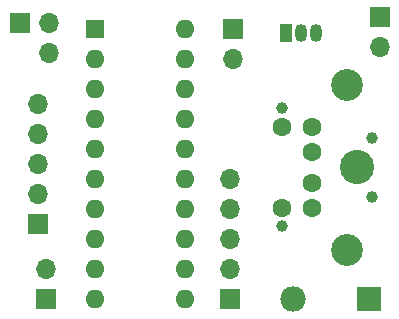
<source format=gbr>
%TF.GenerationSoftware,KiCad,Pcbnew,(6.0.0)*%
%TF.CreationDate,2022-10-20T13:45:59-04:00*%
%TF.ProjectId,TandyKey-AB,54616e64-794b-4657-992d-41422e6b6963,rev?*%
%TF.SameCoordinates,Original*%
%TF.FileFunction,Soldermask,Top*%
%TF.FilePolarity,Negative*%
%FSLAX46Y46*%
G04 Gerber Fmt 4.6, Leading zero omitted, Abs format (unit mm)*
G04 Created by KiCad (PCBNEW (6.0.0)) date 2022-10-20 13:45:59*
%MOMM*%
%LPD*%
G01*
G04 APERTURE LIST*
%ADD10R,1.700000X1.700000*%
%ADD11O,1.700000X1.700000*%
%ADD12R,2.159000X2.159000*%
%ADD13O,2.159000X2.159000*%
%ADD14R,1.050000X1.500000*%
%ADD15O,1.050000X1.500000*%
%ADD16R,1.600000X1.600000*%
%ADD17O,1.600000X1.600000*%
%ADD18C,2.700000*%
%ADD19C,2.899999*%
%ADD20C,1.600000*%
%ADD21C,1.000000*%
G04 APERTURE END LIST*
D10*
%TO.C,J1*%
X117475000Y-101282500D03*
D11*
X117475000Y-96202500D03*
X117475000Y-91122500D03*
X117475000Y-98742500D03*
X117475000Y-93662500D03*
%TD*%
D10*
%TO.C,J5*%
X115882500Y-84302500D03*
D11*
X118382500Y-84317500D03*
X118382500Y-86857500D03*
%TD*%
D12*
%TO.C,SW1*%
X145465000Y-107632500D03*
D13*
X139065000Y-107632500D03*
%TD*%
D14*
%TO.C,U2*%
X138430000Y-85132500D03*
D15*
X139700000Y-85132500D03*
X140970000Y-85132500D03*
%TD*%
D16*
%TO.C,U1*%
X122247508Y-84777504D03*
D17*
X122247508Y-87317504D03*
X122247508Y-89857504D03*
X122247508Y-92397504D03*
X122247508Y-94937504D03*
X122247508Y-97477504D03*
X122247508Y-100017504D03*
X122247508Y-102557504D03*
X122247508Y-105097504D03*
X122247508Y-107637504D03*
X129867508Y-107637504D03*
X129867508Y-105097504D03*
X129867508Y-102557504D03*
X129867508Y-100017504D03*
X129867508Y-97477504D03*
X129867508Y-94937504D03*
X129867508Y-92397504D03*
X129867508Y-89857504D03*
X129867508Y-87317504D03*
X129867508Y-84777504D03*
%TD*%
D18*
%TO.C,J2*%
X143625000Y-103520001D03*
X143625000Y-89519999D03*
D19*
X144425000Y-96520000D03*
D20*
X140625000Y-95220000D03*
X140625000Y-97820000D03*
X140625000Y-93120000D03*
X140625000Y-99920000D03*
X138125000Y-93120000D03*
X138125000Y-99920000D03*
D21*
X145725000Y-94020000D03*
X145725000Y-99020000D03*
X138125000Y-91520000D03*
X138125000Y-101520000D03*
%TD*%
D10*
%TO.C,D1*%
X133985000Y-84772500D03*
D11*
X133985000Y-87312500D03*
%TD*%
D10*
%TO.C,J3*%
X133667500Y-107627500D03*
D11*
X133667500Y-105087500D03*
X133667500Y-102547500D03*
X133667500Y-100007500D03*
X133667500Y-97467500D03*
%TD*%
D10*
%TO.C,J4*%
X146367500Y-83820000D03*
D11*
X146367500Y-86360000D03*
%TD*%
D10*
%TO.C,D2*%
X118110000Y-107632500D03*
D11*
X118110000Y-105092500D03*
%TD*%
M02*

</source>
